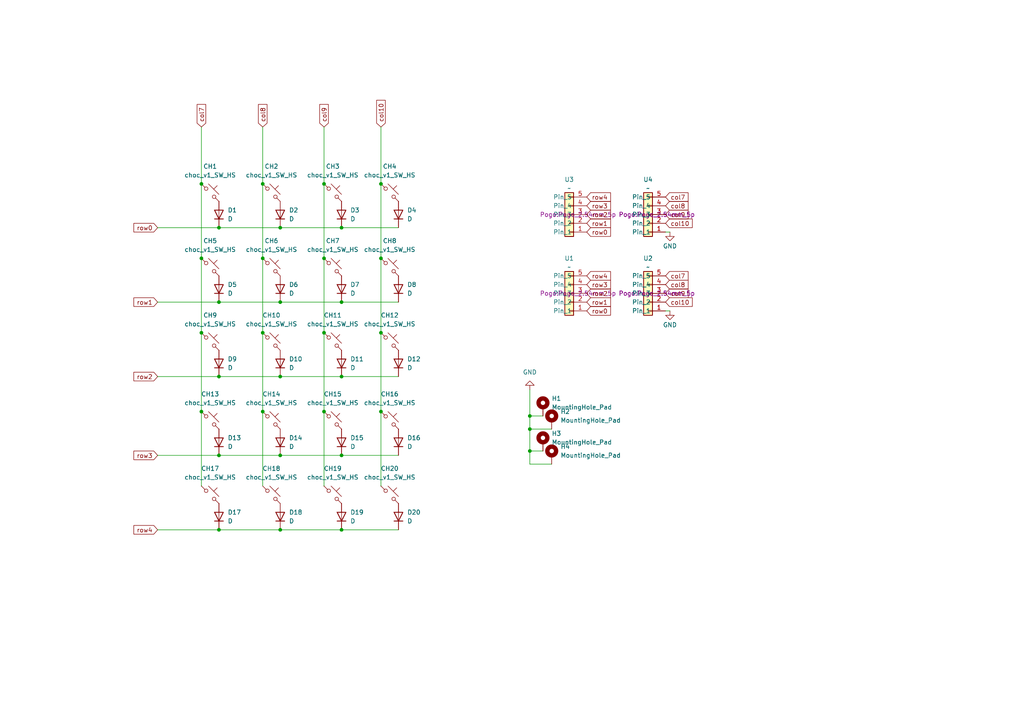
<source format=kicad_sch>
(kicad_sch (version 20231120) (generator "eeschema") (generator_version "8.0")
  (paper "A4")
  (lib_symbols
    (symbol "Device:D" (pin_numbers hide) (pin_names (offset 1.016) hide)
      (property "Reference" "D" (at 0 2.54 0))
      (property "Value" "D" (at 0 -2.54 0))
      (symbol "D_0_1"
        (polyline (pts (xy -1.27 1.27) (xy -1.27 -1.27)) (stroke (width 0.254)))
        (polyline (pts (xy 1.27 0) (xy -1.27 0)))
        (polyline (pts (xy 1.27 1.27) (xy 1.27 -1.27) (xy -1.27 0) (xy 1.27 1.27)) (stroke (width 0.254)))
      )
      (symbol "D_1_1"
        (pin passive line (at -3.81 0 0) (length 2.54) (name "K") (number "1"))
        (pin passive line (at 3.81 0 180) (length 2.54) (name "A") (number "2"))
      )
    )
    (symbol "GND_1" (power) (pin_numbers hide) (pin_names (offset 0) hide)
      (property "Value" "GND" (at 0 -3.81 0))
      (symbol "GND_1_0_1"
        (polyline (pts (xy 0 0) (xy 0 -1.27) (xy 1.27 -1.27) (xy 0 -2.54) (xy -1.27 -1.27) (xy 0 -1.27)))
      )
      (symbol "GND_1_1_1"
        (pin power_in line (at 0 0 270) (length 0) (name "~") (number "1"))
      )
    )
    (symbol "Mechanical:MountingHole_Pad" (pin_numbers hide) (pin_names (offset 1.016) hide) (exclude_from_sim yes) (in_bom no)
      (property "Reference" "H" (at 0 6.35 0))
      (property "Value" "MountingHole_Pad" (at 0 4.445 0))
      (symbol "MountingHole_Pad_0_1"
        (circle (center 0 1.27) (radius 1.27) (stroke (width 1.27)))
      )
      (symbol "MountingHole_Pad_1_1"
        (pin input line (at 0 -2.54 90) (length 2.54) (name "1") (number "1"))
      )
    )
    (symbol "PCM_marbastlib-choc:choc_v1_SW_HS_CPG135001S30" (pin_numbers hide) (pin_names (offset 1.016) hide)
      (property "Reference" "CH" (at 3.048 1.016 0))
      (property "Value" "choc_v1_SW_HS" (at 0 -3.81 0))
      (symbol "choc_v1_SW_HS_CPG135001S30_0_1"
        (circle (center -1.1684 1.1684) (radius 0.508))
        (polyline (pts (xy -0.508 2.54) (xy 2.54 -0.508)))
        (polyline (pts (xy 1.016 1.016) (xy 2.032 2.032)))
        (polyline (pts (xy -2.54 2.54) (xy -1.524 1.524) (xy -1.524 1.524)))
        (polyline (pts (xy 1.524 -1.524) (xy 2.54 -2.54) (xy 2.54 -2.54) (xy 2.54 -2.54)))
        (circle (center 1.143 -1.1938) (radius 0.508))
        (pin passive line (at -2.54 2.54 0) (length 0) (name "1") (number "1"))
        (pin passive line (at 2.54 -2.54 180) (length 0) (name "2") (number "2"))
      )
    )
    (symbol "Pogo:Pogo_2.54mm_5p"
      (property "Reference" "U" (at 7.874 0 0))
      (symbol "Pogo_2.54mm_5p_1_1"
        (rectangle (start 1.27 -4.953) (end 2.54 -5.207) (stroke (width 0.1524)))
        (rectangle (start 1.27 -2.413) (end 2.54 -2.667) (stroke (width 0.1524)))
        (rectangle (start 1.27 0.127) (end 2.54 -0.127) (stroke (width 0.1524)))
        (rectangle (start 1.27 2.667) (end 2.54 2.413) (stroke (width 0.1524)))
        (rectangle (start 1.27 5.207) (end 2.54 4.953) (stroke (width 0.1524)))
        (rectangle (start 1.27 6.35) (end 3.81 -6.35) (stroke (width 0.254)) (fill (type background)))
        (pin passive line (at -2.54 5.08 0) (length 3.81) (name "Pin_1") (number "1"))
        (pin passive line (at -2.54 2.54 0) (length 3.81) (name "Pin_2") (number "2"))
        (pin passive line (at -2.54 0 0) (length 3.81) (name "Pin_3") (number "3"))
        (pin passive line (at -2.54 -2.54 0) (length 3.81) (name "Pin_4") (number "4"))
        (pin passive line (at -2.54 -5.08 0) (length 3.81) (name "Pin_5") (number "5"))
      )
    )
    (symbol "power:GND" (power) (pin_names (offset 0))
      (property "Value" "GND" (at 0 -3.81 0))
      (symbol "GND_0_1"
        (polyline (pts (xy 0 0) (xy 0 -1.27) (xy 1.27 -1.27) (xy 0 -2.54) (xy -1.27 -1.27) (xy 0 -1.27)))
      )
      (symbol "GND_1_1"
        (pin power_in line (at 0 0 270) (length 0) hide (name "GND") (number "1"))
      )
    )
  )
  (junction (at 110.49 74.93))
  (junction (at 110.49 53.34))
  (junction (at 63.5 87.63))
  (junction (at 58.42 53.34))
  (junction (at 58.42 96.52))
  (junction (at 153.67 124.46))
  (junction (at 76.2 119.38))
  (junction (at 63.5 109.22))
  (junction (at 99.06 66.04))
  (junction (at 76.2 53.34))
  (junction (at 99.06 87.63))
  (junction (at 110.49 119.38))
  (junction (at 81.28 109.22))
  (junction (at 63.5 132.08))
  (junction (at 153.67 120.65))
  (junction (at 93.98 74.93))
  (junction (at 81.28 153.67))
  (junction (at 99.06 132.08))
  (junction (at 81.28 132.08))
  (junction (at 93.98 53.34))
  (junction (at 153.67 130.81))
  (junction (at 81.28 66.04))
  (junction (at 99.06 153.67))
  (junction (at 58.42 119.38))
  (junction (at 93.98 119.38))
  (junction (at 76.2 96.52))
  (junction (at 58.42 74.93))
  (junction (at 93.98 96.52))
  (junction (at 81.28 87.63))
  (junction (at 110.49 96.52))
  (junction (at 99.06 109.22))
  (junction (at 63.5 153.67))
  (junction (at 63.5 66.04))
  (junction (at 76.2 74.93))
  (wire (pts (xy 193.04 90.17) (xy 194.31 90.17)))
  (wire (pts (xy 63.5 153.67) (xy 81.28 153.67)))
  (wire (pts (xy 45.72 153.67) (xy 63.5 153.67)))
  (wire (pts (xy 45.72 66.04) (xy 63.5 66.04)))
  (wire (pts (xy 193.04 67.31) (xy 194.31 67.31)))
  (wire (pts (xy 58.42 119.38) (xy 58.42 140.97)))
  (wire (pts (xy 153.67 130.81) (xy 153.67 124.46)))
  (wire (pts (xy 110.49 74.93) (xy 110.49 96.52)))
  (wire (pts (xy 153.67 124.46) (xy 153.67 120.65)))
  (wire (pts (xy 110.49 96.52) (xy 110.49 119.38)))
  (wire (pts (xy 63.5 132.08) (xy 81.28 132.08)))
  (wire (pts (xy 153.67 113.03) (xy 153.67 120.65)))
  (wire (pts (xy 81.28 109.22) (xy 99.06 109.22)))
  (wire (pts (xy 76.2 74.93) (xy 76.2 96.52)))
  (wire (pts (xy 81.28 87.63) (xy 99.06 87.63)))
  (wire (pts (xy 76.2 119.38) (xy 76.2 140.97)))
  (wire (pts (xy 153.67 134.62) (xy 153.67 130.81)))
  (wire (pts (xy 99.06 132.08) (xy 115.57 132.08)))
  (wire (pts (xy 153.67 130.81) (xy 157.48 130.81)))
  (wire (pts (xy 63.5 87.63) (xy 81.28 87.63)))
  (wire (pts (xy 45.72 87.63) (xy 63.5 87.63)))
  (wire (pts (xy 76.2 53.34) (xy 76.2 74.93)))
  (wire (pts (xy 81.28 132.08) (xy 99.06 132.08)))
  (wire (pts (xy 58.42 96.52) (xy 58.42 119.38)))
  (wire (pts (xy 45.72 109.22) (xy 63.5 109.22)))
  (wire (pts (xy 153.67 134.62) (xy 160.02 134.62)))
  (wire (pts (xy 99.06 153.67) (xy 115.57 153.67)))
  (wire (pts (xy 76.2 96.52) (xy 76.2 119.38)))
  (wire (pts (xy 99.06 87.63) (xy 115.57 87.63)))
  (wire (pts (xy 45.72 132.08) (xy 63.5 132.08)))
  (wire (pts (xy 110.49 119.38) (xy 110.49 140.97)))
  (wire (pts (xy 99.06 109.22) (xy 115.57 109.22)))
  (wire (pts (xy 99.06 66.04) (xy 115.57 66.04)))
  (wire (pts (xy 58.42 74.93) (xy 58.42 96.52)))
  (wire (pts (xy 58.42 36.83) (xy 58.42 53.34)))
  (wire (pts (xy 93.98 119.38) (xy 93.98 140.97)))
  (wire (pts (xy 93.98 74.93) (xy 93.98 96.52)))
  (wire (pts (xy 76.2 36.83) (xy 76.2 53.34)))
  (wire (pts (xy 81.28 153.67) (xy 99.06 153.67)))
  (wire (pts (xy 63.5 109.22) (xy 81.28 109.22)))
  (wire (pts (xy 58.42 53.34) (xy 58.42 74.93)))
  (wire (pts (xy 81.28 66.04) (xy 99.06 66.04)))
  (wire (pts (xy 110.49 53.34) (xy 110.49 74.93)))
  (wire (pts (xy 153.67 120.65) (xy 157.48 120.65)))
  (wire (pts (xy 153.67 124.46) (xy 160.02 124.46)))
  (wire (pts (xy 93.98 53.34) (xy 93.98 74.93)))
  (wire (pts (xy 63.5 66.04) (xy 81.28 66.04)))
  (wire (pts (xy 93.98 36.83) (xy 93.98 53.34)))
  (wire (pts (xy 110.49 36.83) (xy 110.49 53.34)))
  (wire (pts (xy 93.98 96.52) (xy 93.98 119.38)))
  (global_label "col10" (shape input) (at 110.49 36.83 90) (property "Intersheetrefs" "${INTERSHEET_REFS}" (effects (hide yes))))
  (global_label "row0" (shape input) (at 170.18 90.17 0) (property "Intersheetrefs" "${INTERSHEET_REFS}" (effects (hide yes))))
  (global_label "col10" (shape input) (at 193.04 87.63 0) (property "Intersheetrefs" "${INTERSHEET_REFS}" (effects (hide yes))))
  (global_label "col8" (shape input) (at 193.04 82.55 0) (property "Intersheetrefs" "${INTERSHEET_REFS}" (effects (hide yes))))
  (global_label "row1" (shape input) (at 170.18 64.77 0) (property "Intersheetrefs" "${INTERSHEET_REFS}" (effects (hide yes))))
  (global_label "col10" (shape input) (at 193.04 64.77 0) (property "Intersheetrefs" "${INTERSHEET_REFS}" (effects (hide yes))))
  (global_label "row3" (shape input) (at 170.18 59.69 0) (property "Intersheetrefs" "${INTERSHEET_REFS}" (effects (hide yes))))
  (global_label "row4" (shape input) (at 170.18 57.15 0) (property "Intersheetrefs" "${INTERSHEET_REFS}" (effects (hide yes))))
  (global_label "col9" (shape input) (at 193.04 62.23 0) (property "Intersheetrefs" "${INTERSHEET_REFS}" (effects (hide yes))))
  (global_label "col8" (shape input) (at 193.04 59.69 0) (property "Intersheetrefs" "${INTERSHEET_REFS}" (effects (hide yes))))
  (global_label "col9" (shape input) (at 193.04 85.09 0) (property "Intersheetrefs" "${INTERSHEET_REFS}" (effects (hide yes))))
  (global_label "row2" (shape input) (at 45.72 109.22 180) (property "Intersheetrefs" "${INTERSHEET_REFS}" (effects (hide yes))))
  (global_label "row2" (shape input) (at 170.18 62.23 0) (property "Intersheetrefs" "${INTERSHEET_REFS}" (effects (hide yes))))
  (global_label "row1" (shape input) (at 170.18 87.63 0) (property "Intersheetrefs" "${INTERSHEET_REFS}" (effects (hide yes))))
  (global_label "col9" (shape input) (at 93.98 36.83 90) (property "Intersheetrefs" "${INTERSHEET_REFS}" (effects (hide yes))))
  (global_label "row0" (shape input) (at 170.18 67.31 0) (property "Intersheetrefs" "${INTERSHEET_REFS}" (effects (hide yes))))
  (global_label "col7" (shape input) (at 193.04 57.15 0) (property "Intersheetrefs" "${INTERSHEET_REFS}" (effects (hide yes))))
  (global_label "row4" (shape input) (at 45.72 153.67 180) (property "Intersheetrefs" "${INTERSHEET_REFS}" (effects (hide yes))))
  (global_label "row3" (shape input) (at 170.18 82.55 0) (property "Intersheetrefs" "${INTERSHEET_REFS}" (effects (hide yes))))
  (global_label "row4" (shape input) (at 170.18 80.01 0) (property "Intersheetrefs" "${INTERSHEET_REFS}" (effects (hide yes))))
  (global_label "col7" (shape input) (at 193.04 80.01 0) (property "Intersheetrefs" "${INTERSHEET_REFS}" (effects (hide yes))))
  (global_label "row1" (shape input) (at 45.72 87.63 180) (property "Intersheetrefs" "${INTERSHEET_REFS}" (effects (hide yes))))
  (global_label "row3" (shape input) (at 45.72 132.08 180) (property "Intersheetrefs" "${INTERSHEET_REFS}" (effects (hide yes))))
  (global_label "row2" (shape input) (at 170.18 85.09 0) (property "Intersheetrefs" "${INTERSHEET_REFS}" (effects (hide yes))))
  (global_label "col8" (shape input) (at 76.2 36.83 90) (property "Intersheetrefs" "${INTERSHEET_REFS}" (effects (hide yes))))
  (global_label "col7" (shape input) (at 58.42 36.83 90) (property "Intersheetrefs" "${INTERSHEET_REFS}" (effects (hide yes))))
  (global_label "row0" (shape input) (at 45.72 66.04 180) (property "Intersheetrefs" "${INTERSHEET_REFS}" (effects (hide yes))))
  (symbol (lib_id "power:GND") (at 194.31 67.31 0) (unit 1)
    (property "Reference" "#PWR03" (effects (hide yes)))
    (property "Value" "GND" (at 194.31 71.374 0))
  )
  (symbol (lib_id "Pogo:Pogo_2.54mm_5p") (at 167.64 85.09 180) (unit 1)
    (property "Reference" "U1" (at 165.1 74.93 0))
    (property "Value" "~" (at 165.1 77.47 0))
    (property "Footprint" "Pogo:Pogo_2.54mm_5p" (at 167.64 85.09 0))
  )
  (symbol (lib_id "PCM_marbastlib-choc:choc_v1_SW_HS_CPG135001S30") (at 96.52 143.51 0) (unit 1)
    (property "Reference" "CH19" (at 96.52 135.89 0))
    (property "Value" "choc_v1_SW_HS" (at 96.52 138.43 0))
    (property "Footprint" "PCM_marbastlib-choc:SW_choc_v1_HS_CPG135001S30_1u" (effects (hide yes)))
    (property "Description" "Push button switch, normally open, two pins, 45° tilted" (effects (hide yes)))
  )
  (symbol (lib_id "PCM_marbastlib-choc:choc_v1_SW_HS_CPG135001S30") (at 78.74 143.51 0) (unit 1)
    (property "Reference" "CH18" (at 78.74 135.89 0))
    (property "Value" "choc_v1_SW_HS" (at 78.74 138.43 0))
    (property "Footprint" "PCM_marbastlib-choc:SW_choc_v1_HS_CPG135001S30_1u" (effects (hide yes)))
    (property "Description" "Push button switch, normally open, two pins, 45° tilted" (effects (hide yes)))
  )
  (symbol (lib_id "Device:D") (at 63.5 83.82 90) (unit 1)
    (property "Reference" "D5" (at 66.04 82.5499 90) (effects (justify right)))
    (property "Value" "D" (at 66.04 85.0899 90) (effects (justify right)))
    (property "Footprint" "Diode_SMD:D_SOD-123" (effects (hide yes)))
    (property "Description" "Diode" (effects (hide yes)))
    (property "Sim.Device" "D" (effects (hide yes)))
    (property "Sim.Pins" "1=K 2=A" (effects (hide yes)))
  )
  (symbol (lib_id "Pogo:Pogo_2.54mm_5p") (at 190.5 85.09 180) (unit 1)
    (property "Reference" "U2" (at 187.96 74.93 0))
    (property "Value" "~" (at 187.96 77.47 0))
    (property "Footprint" "Pogo:Pogo_2.54mm_5p" (at 190.5 85.09 0))
  )
  (symbol (lib_id "PCM_marbastlib-choc:choc_v1_SW_HS_CPG135001S30") (at 78.74 99.06 0) (unit 1)
    (property "Reference" "CH10" (at 78.74 91.44 0))
    (property "Value" "choc_v1_SW_HS" (at 78.74 93.98 0))
    (property "Footprint" "PCM_marbastlib-choc:SW_choc_v1_HS_CPG135001S30_1u" (effects (hide yes)))
    (property "Description" "Push button switch, normally open, two pins, 45° tilted" (effects (hide yes)))
  )
  (symbol (lib_id "Pogo:Pogo_2.54mm_5p") (at 167.64 62.23 180) (unit 1)
    (property "Reference" "U3" (at 165.1 52.07 0))
    (property "Value" "~" (at 165.1 54.61 0))
    (property "Footprint" "Pogo:Pogo_2.54mm_5p" (at 167.64 62.23 0))
  )
  (symbol (lib_id "Device:D") (at 99.06 62.23 90) (unit 1)
    (property "Reference" "D3" (at 101.6 60.9599 90) (effects (justify right)))
    (property "Value" "D" (at 101.6 63.4999 90) (effects (justify right)))
    (property "Footprint" "Diode_SMD:D_SOD-123" (effects (hide yes)))
    (property "Description" "Diode" (effects (hide yes)))
    (property "Sim.Device" "D" (effects (hide yes)))
    (property "Sim.Pins" "1=K 2=A" (effects (hide yes)))
  )
  (symbol (lib_id "Pogo:Pogo_2.54mm_5p") (at 190.5 62.23 180) (unit 1)
    (property "Reference" "U4" (at 187.96 52.07 0))
    (property "Value" "~" (at 187.96 54.61 0))
    (property "Footprint" "Pogo:Pogo_2.54mm_5p" (at 190.5 62.23 0))
  )
  (symbol (lib_id "PCM_marbastlib-choc:choc_v1_SW_HS_CPG135001S30") (at 113.03 143.51 0) (unit 1)
    (property "Reference" "CH20" (at 113.03 135.89 0))
    (property "Value" "choc_v1_SW_HS" (at 113.03 138.43 0))
    (property "Footprint" "PCM_marbastlib-choc:SW_choc_v1_HS_CPG135001S30_1u" (effects (hide yes)))
    (property "Description" "Push button switch, normally open, two pins, 45° tilted" (effects (hide yes)))
  )
  (symbol (lib_id "Device:D") (at 81.28 149.86 90) (unit 1)
    (property "Reference" "D18" (at 83.82 148.5899 90) (effects (justify right)))
    (property "Value" "D" (at 83.82 151.1299 90) (effects (justify right)))
    (property "Footprint" "Diode_SMD:D_SOD-123" (effects (hide yes)))
    (property "Description" "Diode" (effects (hide yes)))
    (property "Sim.Device" "D" (effects (hide yes)))
    (property "Sim.Pins" "1=K 2=A" (effects (hide yes)))
  )
  (symbol (lib_id "Device:D") (at 81.28 128.27 90) (unit 1)
    (property "Reference" "D14" (at 83.82 126.9999 90) (effects (justify right)))
    (property "Value" "D" (at 83.82 129.5399 90) (effects (justify right)))
    (property "Footprint" "Diode_SMD:D_SOD-123" (effects (hide yes)))
    (property "Description" "Diode" (effects (hide yes)))
    (property "Sim.Device" "D" (effects (hide yes)))
    (property "Sim.Pins" "1=K 2=A" (effects (hide yes)))
  )
  (symbol (lib_id "Mechanical:MountingHole_Pad") (at 160.02 132.08 0) (unit 1) (exclude_from_sim yes) (in_bom no)
    (property "Reference" "H4" (at 162.56 129.5399 0) (effects (justify left)))
    (property "Value" "MountingHole_Pad" (at 162.56 132.0799 0) (effects (justify left)))
    (property "Footprint" "MountingHole:MountingHole_3.2mm_M3_DIN965_Pad" (effects (hide yes)))
    (property "Description" "Mounting Hole with connection" (effects (hide yes)))
  )
  (symbol (lib_id "Device:D") (at 63.5 62.23 90) (unit 1)
    (property "Reference" "D1" (at 66.04 60.9599 90) (effects (justify right)))
    (property "Value" "D" (at 66.04 63.4999 90) (effects (justify right)))
    (property "Footprint" "Diode_SMD:D_SOD-123" (effects (hide yes)))
    (property "Description" "Diode" (effects (hide yes)))
    (property "Sim.Device" "D" (effects (hide yes)))
    (property "Sim.Pins" "1=K 2=A" (effects (hide yes)))
  )
  (symbol (lib_id "Device:D") (at 63.5 149.86 90) (unit 1)
    (property "Reference" "D17" (at 66.04 148.5899 90) (effects (justify right)))
    (property "Value" "D" (at 66.04 151.1299 90) (effects (justify right)))
    (property "Footprint" "Diode_SMD:D_SOD-123" (effects (hide yes)))
    (property "Description" "Diode" (effects (hide yes)))
    (property "Sim.Device" "D" (effects (hide yes)))
    (property "Sim.Pins" "1=K 2=A" (effects (hide yes)))
  )
  (symbol (lib_id "Mechanical:MountingHole_Pad") (at 160.02 121.92 0) (unit 1) (exclude_from_sim yes) (in_bom no)
    (property "Reference" "H2" (at 162.56 119.3799 0) (effects (justify left)))
    (property "Value" "MountingHole_Pad" (at 162.56 121.9199 0) (effects (justify left)))
    (property "Footprint" "MountingHole:MountingHole_3.2mm_M3_DIN965_Pad" (effects (hide yes)))
    (property "Description" "Mounting Hole with connection" (effects (hide yes)))
  )
  (symbol (lib_id "Mechanical:MountingHole_Pad") (at 157.48 118.11 0) (unit 1) (exclude_from_sim yes) (in_bom no)
    (property "Reference" "H1" (at 160.02 115.5699 0) (effects (justify left)))
    (property "Value" "MountingHole_Pad" (at 160.02 118.1099 0) (effects (justify left)))
    (property "Footprint" "MountingHole:MountingHole_3.2mm_M3_DIN965_Pad" (effects (hide yes)))
    (property "Description" "Mounting Hole with connection" (effects (hide yes)))
  )
  (symbol (lib_id "PCM_marbastlib-choc:choc_v1_SW_HS_CPG135001S30") (at 60.96 99.06 0) (unit 1)
    (property "Reference" "CH9" (at 60.96 91.44 0))
    (property "Value" "choc_v1_SW_HS" (at 60.96 93.98 0))
    (property "Footprint" "PCM_marbastlib-choc:SW_choc_v1_HS_CPG135001S30_1u" (effects (hide yes)))
    (property "Description" "Push button switch, normally open, two pins, 45° tilted" (effects (hide yes)))
  )
  (symbol (lib_id "Device:D") (at 115.57 105.41 90) (unit 1)
    (property "Reference" "D12" (at 118.11 104.1399 90) (effects (justify right)))
    (property "Value" "D" (at 118.11 106.6799 90) (effects (justify right)))
    (property "Footprint" "Diode_SMD:D_SOD-123" (effects (hide yes)))
    (property "Description" "Diode" (effects (hide yes)))
    (property "Sim.Device" "D" (effects (hide yes)))
    (property "Sim.Pins" "1=K 2=A" (effects (hide yes)))
  )
  (symbol (lib_id "Device:D") (at 115.57 128.27 90) (unit 1)
    (property "Reference" "D16" (at 118.11 126.9999 90) (effects (justify right)))
    (property "Value" "D" (at 118.11 129.5399 90) (effects (justify right)))
    (property "Footprint" "Diode_SMD:D_SOD-123" (effects (hide yes)))
    (property "Description" "Diode" (effects (hide yes)))
    (property "Sim.Device" "D" (effects (hide yes)))
    (property "Sim.Pins" "1=K 2=A" (effects (hide yes)))
  )
  (symbol (lib_id "Device:D") (at 99.06 83.82 90) (unit 1)
    (property "Reference" "D7" (at 101.6 82.5499 90) (effects (justify right)))
    (property "Value" "D" (at 101.6 85.0899 90) (effects (justify right)))
    (property "Footprint" "Diode_SMD:D_SOD-123" (effects (hide yes)))
    (property "Description" "Diode" (effects (hide yes)))
    (property "Sim.Device" "D" (effects (hide yes)))
    (property "Sim.Pins" "1=K 2=A" (effects (hide yes)))
  )
  (symbol (lib_id "Device:D") (at 115.57 62.23 90) (unit 1)
    (property "Reference" "D4" (at 118.11 60.9599 90) (effects (justify right)))
    (property "Value" "D" (at 118.11 63.4999 90) (effects (justify right)))
    (property "Footprint" "Diode_SMD:D_SOD-123" (effects (hide yes)))
    (property "Description" "Diode" (effects (hide yes)))
    (property "Sim.Device" "D" (effects (hide yes)))
    (property "Sim.Pins" "1=K 2=A" (effects (hide yes)))
  )
  (symbol (lib_id "PCM_marbastlib-choc:choc_v1_SW_HS_CPG135001S30") (at 60.96 121.92 0) (unit 1)
    (property "Reference" "CH13" (at 60.96 114.3 0))
    (property "Value" "choc_v1_SW_HS" (at 60.96 116.84 0))
    (property "Footprint" "PCM_marbastlib-choc:SW_choc_v1_HS_CPG135001S30_1u" (effects (hide yes)))
    (property "Description" "Push button switch, normally open, two pins, 45° tilted" (effects (hide yes)))
  )
  (symbol (lib_id "PCM_marbastlib-choc:choc_v1_SW_HS_CPG135001S30") (at 113.03 99.06 0) (unit 1)
    (property "Reference" "CH12" (at 113.03 91.44 0))
    (property "Value" "choc_v1_SW_HS" (at 113.03 93.98 0))
    (property "Footprint" "PCM_marbastlib-choc:SW_choc_v1_HS_CPG135001S30_1u" (effects (hide yes)))
    (property "Description" "Push button switch, normally open, two pins, 45° tilted" (effects (hide yes)))
  )
  (symbol (lib_id "Device:D") (at 63.5 105.41 90) (unit 1)
    (property "Reference" "D9" (at 66.04 104.1399 90) (effects (justify right)))
    (property "Value" "D" (at 66.04 106.6799 90) (effects (justify right)))
    (property "Footprint" "Diode_SMD:D_SOD-123" (effects (hide yes)))
    (property "Description" "Diode" (effects (hide yes)))
    (property "Sim.Device" "D" (effects (hide yes)))
    (property "Sim.Pins" "1=K 2=A" (effects (hide yes)))
  )
  (symbol (lib_id "Device:D") (at 115.57 83.82 90) (unit 1)
    (property "Reference" "D8" (at 118.11 82.5499 90) (effects (justify right)))
    (property "Value" "D" (at 118.11 85.0899 90) (effects (justify right)))
    (property "Footprint" "Diode_SMD:D_SOD-123" (effects (hide yes)))
    (property "Description" "Diode" (effects (hide yes)))
    (property "Sim.Device" "D" (effects (hide yes)))
    (property "Sim.Pins" "1=K 2=A" (effects (hide yes)))
  )
  (symbol (lib_id "PCM_marbastlib-choc:choc_v1_SW_HS_CPG135001S30") (at 96.52 55.88 0) (unit 1)
    (property "Reference" "CH3" (at 96.52 48.26 0))
    (property "Value" "choc_v1_SW_HS" (at 96.52 50.8 0))
    (property "Footprint" "PCM_marbastlib-choc:SW_choc_v1_HS_CPG135001S30_1u" (effects (hide yes)))
    (property "Description" "Push button switch, normally open, two pins, 45° tilted" (effects (hide yes)))
  )
  (symbol (lib_id "PCM_marbastlib-choc:choc_v1_SW_HS_CPG135001S30") (at 60.96 55.88 0) (unit 1)
    (property "Reference" "CH1" (at 60.96 48.26 0))
    (property "Value" "choc_v1_SW_HS" (at 60.96 50.8 0))
    (property "Footprint" "PCM_marbastlib-choc:SW_choc_v1_HS_CPG135001S30_1u" (effects (hide yes)))
    (property "Description" "Push button switch, normally open, two pins, 45° tilted" (effects (hide yes)))
  )
  (symbol (lib_id "PCM_marbastlib-choc:choc_v1_SW_HS_CPG135001S30") (at 113.03 55.88 0) (unit 1)
    (property "Reference" "CH4" (at 113.03 48.26 0))
    (property "Value" "choc_v1_SW_HS" (at 113.03 50.8 0))
    (property "Footprint" "PCM_marbastlib-choc:SW_choc_v1_HS_CPG135001S30_1u" (effects (hide yes)))
    (property "Description" "Push button switch, normally open, two pins, 45° tilted" (effects (hide yes)))
  )
  (symbol (lib_id "Mechanical:MountingHole_Pad") (at 157.48 128.27 0) (unit 1) (exclude_from_sim yes) (in_bom no)
    (property "Reference" "H3" (at 160.02 125.7299 0) (effects (justify left)))
    (property "Value" "MountingHole_Pad" (at 160.02 128.2699 0) (effects (justify left)))
    (property "Footprint" "MountingHole:MountingHole_3.2mm_M3_DIN965_Pad" (effects (hide yes)))
    (property "Description" "Mounting Hole with connection" (effects (hide yes)))
  )
  (symbol (lib_id "PCM_marbastlib-choc:choc_v1_SW_HS_CPG135001S30") (at 78.74 77.47 0) (unit 1)
    (property "Reference" "CH6" (at 78.74 69.85 0))
    (property "Value" "choc_v1_SW_HS" (at 78.74 72.39 0))
    (property "Footprint" "PCM_marbastlib-choc:SW_choc_v1_HS_CPG135001S30_1u" (effects (hide yes)))
    (property "Description" "Push button switch, normally open, two pins, 45° tilted" (effects (hide yes)))
  )
  (symbol (lib_id "Device:D") (at 81.28 62.23 90) (unit 1)
    (property "Reference" "D2" (at 83.82 60.9599 90) (effects (justify right)))
    (property "Value" "D" (at 83.82 63.4999 90) (effects (justify right)))
    (property "Footprint" "Diode_SMD:D_SOD-123" (effects (hide yes)))
    (property "Description" "Diode" (effects (hide yes)))
    (property "Sim.Device" "D" (effects (hide yes)))
    (property "Sim.Pins" "1=K 2=A" (effects (hide yes)))
  )
  (symbol (lib_id "PCM_marbastlib-choc:choc_v1_SW_HS_CPG135001S30") (at 113.03 77.47 0) (unit 1)
    (property "Reference" "CH8" (at 113.03 69.85 0))
    (property "Value" "choc_v1_SW_HS" (at 113.03 72.39 0))
    (property "Footprint" "PCM_marbastlib-choc:SW_choc_v1_HS_CPG135001S30_1u" (effects (hide yes)))
    (property "Description" "Push button switch, normally open, two pins, 45° tilted" (effects (hide yes)))
  )
  (symbol (lib_id "Device:D") (at 81.28 83.82 90) (unit 1)
    (property "Reference" "D6" (at 83.82 82.5499 90) (effects (justify right)))
    (property "Value" "D" (at 83.82 85.0899 90) (effects (justify right)))
    (property "Footprint" "Diode_SMD:D_SOD-123" (effects (hide yes)))
    (property "Description" "Diode" (effects (hide yes)))
    (property "Sim.Device" "D" (effects (hide yes)))
    (property "Sim.Pins" "1=K 2=A" (effects (hide yes)))
  )
  (symbol (lib_id "PCM_marbastlib-choc:choc_v1_SW_HS_CPG135001S30") (at 96.52 77.47 0) (unit 1)
    (property "Reference" "CH7" (at 96.52 69.85 0))
    (property "Value" "choc_v1_SW_HS" (at 96.52 72.39 0))
    (property "Footprint" "PCM_marbastlib-choc:SW_choc_v1_HS_CPG135001S30_1u" (effects (hide yes)))
    (property "Description" "Push button switch, normally open, two pins, 45° tilted" (effects (hide yes)))
  )
  (symbol (lib_name "GND_1") (lib_id "power:GND") (at 153.67 113.03 180) (unit 1)
    (property "Reference" "#PWR02" (effects (hide yes)))
    (property "Value" "GND" (at 153.67 107.95 0))
    (property "Description" "Power symbol creates a global label with name \"GND\" , ground" (effects (hide yes)))
  )
  (symbol (lib_id "Device:D") (at 99.06 149.86 90) (unit 1)
    (property "Reference" "D19" (at 101.6 148.5899 90) (effects (justify right)))
    (property "Value" "D" (at 101.6 151.1299 90) (effects (justify right)))
    (property "Footprint" "Diode_SMD:D_SOD-123" (effects (hide yes)))
    (property "Description" "Diode" (effects (hide yes)))
    (property "Sim.Device" "D" (effects (hide yes)))
    (property "Sim.Pins" "1=K 2=A" (effects (hide yes)))
  )
  (symbol (lib_id "PCM_marbastlib-choc:choc_v1_SW_HS_CPG135001S30") (at 96.52 99.06 0) (unit 1)
    (property "Reference" "CH11" (at 96.52 91.44 0))
    (property "Value" "choc_v1_SW_HS" (at 96.52 93.98 0))
    (property "Footprint" "PCM_marbastlib-choc:SW_choc_v1_HS_CPG135001S30_1u" (effects (hide yes)))
    (property "Description" "Push button switch, normally open, two pins, 45° tilted" (effects (hide yes)))
  )
  (symbol (lib_id "Device:D") (at 115.57 149.86 90) (unit 1)
    (property "Reference" "D20" (at 118.11 148.5899 90) (effects (justify right)))
    (property "Value" "D" (at 118.11 151.1299 90) (effects (justify right)))
    (property "Footprint" "Diode_SMD:D_SOD-123" (effects (hide yes)))
    (property "Description" "Diode" (effects (hide yes)))
    (property "Sim.Device" "D" (effects (hide yes)))
    (property "Sim.Pins" "1=K 2=A" (effects (hide yes)))
  )
  (symbol (lib_id "Device:D") (at 81.28 105.41 90) (unit 1)
    (property "Reference" "D10" (at 83.82 104.1399 90) (effects (justify right)))
    (property "Value" "D" (at 83.82 106.6799 90) (effects (justify right)))
    (property "Footprint" "Diode_SMD:D_SOD-123" (effects (hide yes)))
    (property "Description" "Diode" (effects (hide yes)))
    (property "Sim.Device" "D" (effects (hide yes)))
    (property "Sim.Pins" "1=K 2=A" (effects (hide yes)))
  )
  (symbol (lib_id "PCM_marbastlib-choc:choc_v1_SW_HS_CPG135001S30") (at 113.03 121.92 0) (unit 1)
    (property "Reference" "CH16" (at 113.03 114.3 0))
    (property "Value" "choc_v1_SW_HS" (at 113.03 116.84 0))
    (property "Footprint" "PCM_marbastlib-choc:SW_choc_v1_HS_CPG135001S30_1u" (effects (hide yes)))
    (property "Description" "Push button switch, normally open, two pins, 45° tilted" (effects (hide yes)))
  )
  (symbol (lib_id "power:GND") (at 194.31 90.17 0) (unit 1)
    (property "Reference" "#PWR01" (effects (hide yes)))
    (property "Value" "GND" (at 194.31 94.234 0))
  )
  (symbol (lib_id "Device:D") (at 63.5 128.27 90) (unit 1)
    (property "Reference" "D13" (at 66.04 126.9999 90) (effects (justify right)))
    (property "Value" "D" (at 66.04 129.5399 90) (effects (justify right)))
    (property "Footprint" "Diode_SMD:D_SOD-123" (effects (hide yes)))
    (property "Description" "Diode" (effects (hide yes)))
    (property "Sim.Device" "D" (effects (hide yes)))
    (property "Sim.Pins" "1=K 2=A" (effects (hide yes)))
  )
  (symbol (lib_id "PCM_marbastlib-choc:choc_v1_SW_HS_CPG135001S30") (at 60.96 143.51 0) (unit 1)
    (property "Reference" "CH17" (at 60.96 135.89 0))
    (property "Value" "choc_v1_SW_HS" (at 60.96 138.43 0))
    (property "Footprint" "PCM_marbastlib-choc:SW_choc_v1_HS_CPG135001S30_1u" (effects (hide yes)))
    (property "Description" "Push button switch, normally open, two pins, 45° tilted" (effects (hide yes)))
  )
  (symbol (lib_id "PCM_marbastlib-choc:choc_v1_SW_HS_CPG135001S30") (at 78.74 55.88 0) (unit 1)
    (property "Reference" "CH2" (at 78.74 48.26 0))
    (property "Value" "choc_v1_SW_HS" (at 78.74 50.8 0))
    (property "Footprint" "PCM_marbastlib-choc:SW_choc_v1_HS_CPG135001S30_1u" (effects (hide yes)))
    (property "Description" "Push button switch, normally open, two pins, 45° tilted" (effects (hide yes)))
  )
  (symbol (lib_id "Device:D") (at 99.06 105.41 90) (unit 1)
    (property "Reference" "D11" (at 101.6 104.1399 90) (effects (justify right)))
    (property "Value" "D" (at 101.6 106.6799 90) (effects (justify right)))
    (property "Footprint" "Diode_SMD:D_SOD-123" (effects (hide yes)))
    (property "Description" "Diode" (effects (hide yes)))
    (property "Sim.Device" "D" (effects (hide yes)))
    (property "Sim.Pins" "1=K 2=A" (effects (hide yes)))
  )
  (symbol (lib_id "Device:D") (at 99.06 128.27 90) (unit 1)
    (property "Reference" "D15" (at 101.6 126.9999 90) (effects (justify right)))
    (property "Value" "D" (at 101.6 129.5399 90) (effects (justify right)))
    (property "Footprint" "Diode_SMD:D_SOD-123" (effects (hide yes)))
    (property "Description" "Diode" (effects (hide yes)))
    (property "Sim.Device" "D" (effects (hide yes)))
    (property "Sim.Pins" "1=K 2=A" (effects (hide yes)))
  )
  (symbol (lib_id "PCM_marbastlib-choc:choc_v1_SW_HS_CPG135001S30") (at 78.74 121.92 0) (unit 1)
    (property "Reference" "CH14" (at 78.74 114.3 0))
    (property "Value" "choc_v1_SW_HS" (at 78.74 116.84 0))
    (property "Footprint" "PCM_marbastlib-choc:SW_choc_v1_HS_CPG135001S30_1u" (effects (hide yes)))
    (property "Description" "Push button switch, normally open, two pins, 45° tilted" (effects (hide yes)))
  )
  (symbol (lib_id "PCM_marbastlib-choc:choc_v1_SW_HS_CPG135001S30") (at 96.52 121.92 0) (unit 1)
    (property "Reference" "CH15" (at 96.52 114.3 0))
    (property "Value" "choc_v1_SW_HS" (at 96.52 116.84 0))
    (property "Footprint" "PCM_marbastlib-choc:SW_choc_v1_HS_CPG135001S30_1u" (effects (hide yes)))
    (property "Description" "Push button switch, normally open, two pins, 45° tilted" (effects (hide yes)))
  )
  (symbol (lib_id "PCM_marbastlib-choc:choc_v1_SW_HS_CPG135001S30") (at 60.96 77.47 0) (unit 1)
    (property "Reference" "CH5" (at 60.96 69.85 0))
    (property "Value" "choc_v1_SW_HS" (at 60.96 72.39 0))
    (property "Footprint" "PCM_marbastlib-choc:SW_choc_v1_HS_CPG135001S30_1u" (effects (hide yes)))
    (property "Description" "Push button switch, normally open, two pins, 45° tilted" (effects (hide yes)))
  )
)
</source>
